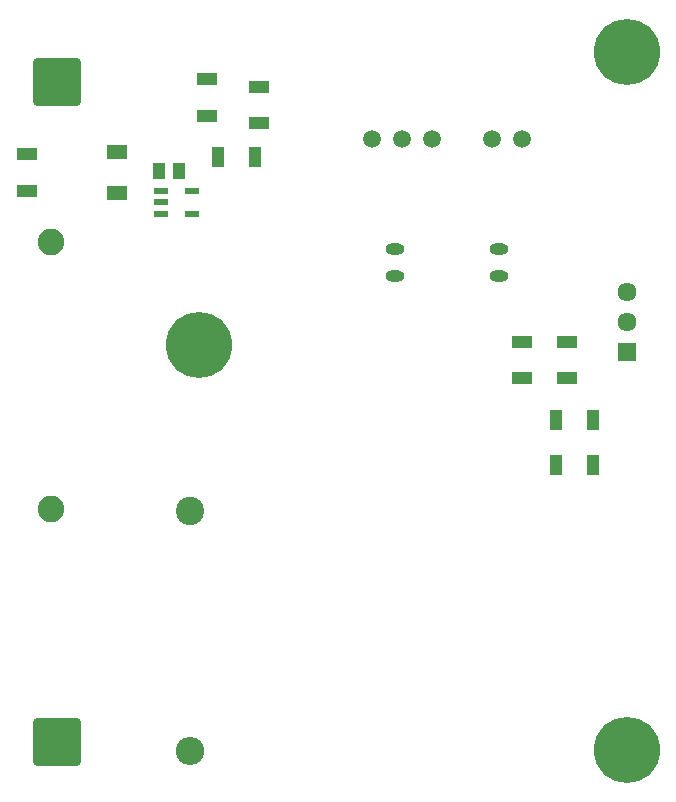
<source format=gbr>
%TF.GenerationSoftware,KiCad,Pcbnew,8.0.0*%
%TF.CreationDate,2024-04-17T18:36:44+02:00*%
%TF.ProjectId,Inverter_Voltage Sensor,496e7665-7274-4657-925f-566f6c746167,rev?*%
%TF.SameCoordinates,Original*%
%TF.FileFunction,Soldermask,Top*%
%TF.FilePolarity,Negative*%
%FSLAX46Y46*%
G04 Gerber Fmt 4.6, Leading zero omitted, Abs format (unit mm)*
G04 Created by KiCad (PCBNEW 8.0.0) date 2024-04-17 18:36:44*
%MOMM*%
%LPD*%
G01*
G04 APERTURE LIST*
G04 Aperture macros list*
%AMRoundRect*
0 Rectangle with rounded corners*
0 $1 Rounding radius*
0 $2 $3 $4 $5 $6 $7 $8 $9 X,Y pos of 4 corners*
0 Add a 4 corners polygon primitive as box body*
4,1,4,$2,$3,$4,$5,$6,$7,$8,$9,$2,$3,0*
0 Add four circle primitives for the rounded corners*
1,1,$1+$1,$2,$3*
1,1,$1+$1,$4,$5*
1,1,$1+$1,$6,$7*
1,1,$1+$1,$8,$9*
0 Add four rect primitives between the rounded corners*
20,1,$1+$1,$2,$3,$4,$5,0*
20,1,$1+$1,$4,$5,$6,$7,0*
20,1,$1+$1,$6,$7,$8,$9,0*
20,1,$1+$1,$8,$9,$2,$3,0*%
G04 Aperture macros list end*
%ADD10R,1.700000X1.300000*%
%ADD11O,1.600000X0.950000*%
%ADD12R,1.150000X0.600000*%
%ADD13C,5.600000*%
%ADD14R,1.800000X1.050000*%
%ADD15R,1.050000X1.800000*%
%ADD16R,1.610000X1.610000*%
%ADD17C,1.610000*%
%ADD18RoundRect,0.250000X-1.750000X-1.750000X1.750000X-1.750000X1.750000X1.750000X-1.750000X1.750000X0*%
%ADD19C,2.250000*%
%ADD20R,1.070000X1.470000*%
%ADD21C,2.400000*%
%ADD22O,2.400000X2.400000*%
%ADD23C,1.500000*%
G04 APERTURE END LIST*
D10*
%TO.C,Z1*%
X88900000Y-72870000D03*
X88900000Y-69370000D03*
%TD*%
D11*
%TO.C,K1*%
X112440000Y-77597000D03*
X112440000Y-79883000D03*
X121240000Y-79883000D03*
X121240000Y-77597000D03*
%TD*%
D12*
%TO.C,CP1*%
X92680000Y-72710000D03*
X92680000Y-73660000D03*
X92680000Y-74610000D03*
X95280000Y-74610000D03*
X95280000Y-72710000D03*
%TD*%
D13*
%TO.C,*%
X132080000Y-60960000D03*
%TD*%
D14*
%TO.C,R3*%
X100965000Y-66955000D03*
X100965000Y-63855000D03*
%TD*%
%TO.C,R7*%
X123190000Y-85445000D03*
X123190000Y-88545000D03*
%TD*%
D15*
%TO.C,R9*%
X126085000Y-95885000D03*
X129185000Y-95885000D03*
%TD*%
D14*
%TO.C,R2*%
X96520000Y-66320000D03*
X96520000Y-63220000D03*
%TD*%
D15*
%TO.C,R4*%
X126085000Y-92075000D03*
X129185000Y-92075000D03*
%TD*%
D16*
%TO.C,J1*%
X132080000Y-86360000D03*
D17*
X132080000Y-83820000D03*
X132080000Y-81280000D03*
%TD*%
D18*
%TO.C,TP2*%
X83820000Y-63500000D03*
%TD*%
%TO.C,TP1*%
X83820000Y-119380000D03*
%TD*%
D14*
%TO.C,R5*%
X81280000Y-69570000D03*
X81280000Y-72670000D03*
%TD*%
D19*
%TO.C,F1*%
X83339117Y-99600885D03*
X83339117Y-77000885D03*
%TD*%
D15*
%TO.C,R6*%
X100585212Y-69799441D03*
X97485212Y-69799441D03*
%TD*%
D20*
%TO.C,C1*%
X92507966Y-71013855D03*
X94147966Y-71013855D03*
%TD*%
D21*
%TO.C,R1*%
X95085306Y-99757822D03*
D22*
X95085306Y-120077822D03*
%TD*%
D14*
%TO.C,R8*%
X127000000Y-88545000D03*
X127000000Y-85445000D03*
%TD*%
D13*
%TO.C,*%
X95885000Y-85725000D03*
%TD*%
D23*
%TO.C,PS1*%
X123190000Y-68315000D03*
X120650000Y-68315000D03*
X115570000Y-68315000D03*
X113030000Y-68315000D03*
X110490000Y-68315000D03*
%TD*%
D13*
%TO.C,*%
X132080000Y-120015000D03*
%TD*%
M02*

</source>
